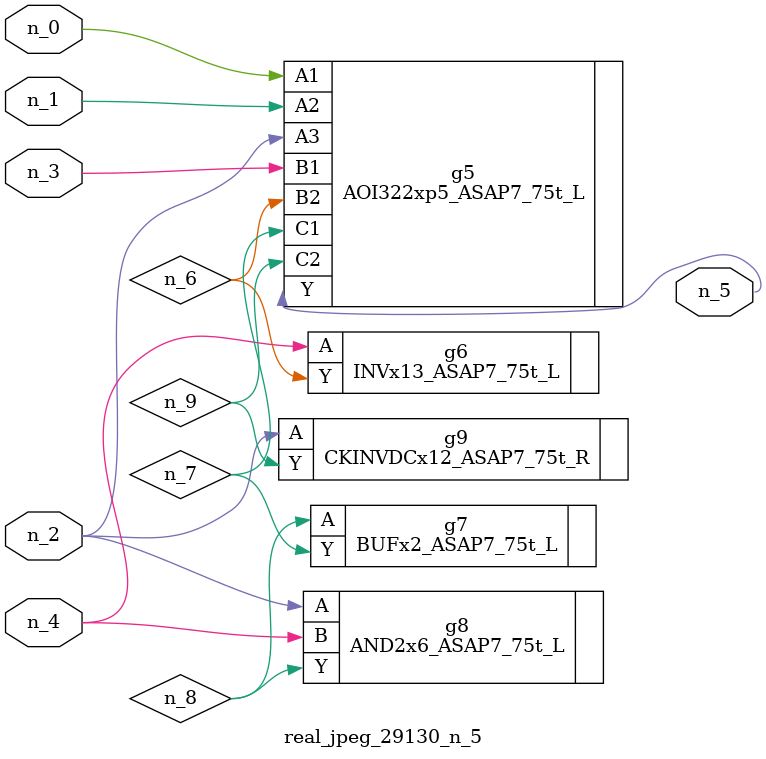
<source format=v>
module real_jpeg_29130_n_5 (n_4, n_0, n_1, n_2, n_3, n_5);

input n_4;
input n_0;
input n_1;
input n_2;
input n_3;

output n_5;

wire n_8;
wire n_6;
wire n_7;
wire n_9;

AOI322xp5_ASAP7_75t_L g5 ( 
.A1(n_0),
.A2(n_1),
.A3(n_2),
.B1(n_3),
.B2(n_6),
.C1(n_7),
.C2(n_9),
.Y(n_5)
);

AND2x6_ASAP7_75t_L g8 ( 
.A(n_2),
.B(n_4),
.Y(n_8)
);

CKINVDCx12_ASAP7_75t_R g9 ( 
.A(n_2),
.Y(n_9)
);

INVx13_ASAP7_75t_L g6 ( 
.A(n_4),
.Y(n_6)
);

BUFx2_ASAP7_75t_L g7 ( 
.A(n_8),
.Y(n_7)
);


endmodule
</source>
